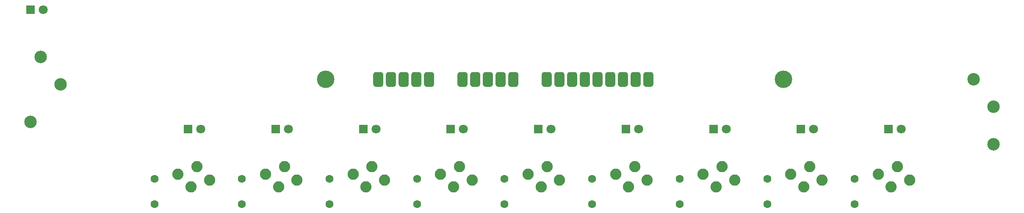
<source format=gbs>
G04 #@! TF.GenerationSoftware,KiCad,Pcbnew,(5.1.7)-1*
G04 #@! TF.CreationDate,2022-09-30T21:54:46+02:00*
G04 #@! TF.ProjectId,Tipp-Tasten-Modul,54697070-2d54-4617-9374-656e2d4d6f64,rev?*
G04 #@! TF.SameCoordinates,Original*
G04 #@! TF.FileFunction,Soldermask,Bot*
G04 #@! TF.FilePolarity,Negative*
%FSLAX46Y46*%
G04 Gerber Fmt 4.6, Leading zero omitted, Abs format (unit mm)*
G04 Created by KiCad (PCBNEW (5.1.7)-1) date 2022-09-30 21:54:46*
%MOMM*%
%LPD*%
G01*
G04 APERTURE LIST*
%ADD10C,1.600000*%
%ADD11C,2.500000*%
%ADD12C,2.250000*%
%ADD13R,1.800000X1.800000*%
%ADD14C,1.800000*%
%ADD15C,3.500000*%
G04 APERTURE END LIST*
D10*
X190250000Y-62000000D03*
X190250000Y-57000000D03*
X172750000Y-62000000D03*
X172750000Y-57000000D03*
X120250000Y-62000000D03*
X120250000Y-57000000D03*
X155250000Y-62000000D03*
X155250000Y-57000000D03*
X137750000Y-62000000D03*
X137750000Y-57000000D03*
X102750000Y-62000000D03*
X102750000Y-57000000D03*
X85250000Y-62000000D03*
X85250000Y-57000000D03*
X67750000Y-62000000D03*
X67750000Y-57000000D03*
X50250000Y-62000000D03*
X50250000Y-57000000D03*
D11*
X218000000Y-42500000D03*
D12*
X61250000Y-57200000D03*
X57550000Y-58600000D03*
X54950000Y-56000000D03*
X58750000Y-54500000D03*
X201250000Y-57200000D03*
X197550000Y-58600000D03*
X194950000Y-56000000D03*
X198750000Y-54500000D03*
X96250000Y-57200000D03*
X92550000Y-58600000D03*
X89950000Y-56000000D03*
X93750000Y-54500000D03*
X113750000Y-57200000D03*
X110050000Y-58600000D03*
X107450000Y-56000000D03*
X111250000Y-54500000D03*
X148750000Y-57200000D03*
X145050000Y-58600000D03*
X142450000Y-56000000D03*
X146250000Y-54500000D03*
X166250000Y-57200000D03*
X162550000Y-58600000D03*
X159950000Y-56000000D03*
X163750000Y-54500000D03*
X131250000Y-57200000D03*
X127550000Y-58600000D03*
X124950000Y-56000000D03*
X128750000Y-54500000D03*
X183750000Y-57200000D03*
X180050000Y-58600000D03*
X177450000Y-56000000D03*
X181250000Y-54500000D03*
X78750000Y-57200000D03*
X75050000Y-58600000D03*
X72450000Y-56000000D03*
X76250000Y-54500000D03*
D11*
X27500000Y-32500000D03*
X31500000Y-38000000D03*
D13*
X74500000Y-47000000D03*
D14*
X77040000Y-47000000D03*
D11*
X218000000Y-50000000D03*
X214000000Y-37000000D03*
X25500000Y-45500000D03*
G36*
G01*
X104160000Y-38000000D02*
X104160000Y-36000000D01*
G75*
G02*
X104660000Y-35500000I500000J0D01*
G01*
X105660000Y-35500000D01*
G75*
G02*
X106160000Y-36000000I0J-500000D01*
G01*
X106160000Y-38000000D01*
G75*
G02*
X105660000Y-38500000I-500000J0D01*
G01*
X104660000Y-38500000D01*
G75*
G02*
X104160000Y-38000000I0J500000D01*
G01*
G37*
G36*
G01*
X101620000Y-38000000D02*
X101620000Y-36000000D01*
G75*
G02*
X102120000Y-35500000I500000J0D01*
G01*
X103120000Y-35500000D01*
G75*
G02*
X103620000Y-36000000I0J-500000D01*
G01*
X103620000Y-38000000D01*
G75*
G02*
X103120000Y-38500000I-500000J0D01*
G01*
X102120000Y-38500000D01*
G75*
G02*
X101620000Y-38000000I0J500000D01*
G01*
G37*
G36*
G01*
X99080000Y-38000000D02*
X99080000Y-36000000D01*
G75*
G02*
X99580000Y-35500000I500000J0D01*
G01*
X100580000Y-35500000D01*
G75*
G02*
X101080000Y-36000000I0J-500000D01*
G01*
X101080000Y-38000000D01*
G75*
G02*
X100580000Y-38500000I-500000J0D01*
G01*
X99580000Y-38500000D01*
G75*
G02*
X99080000Y-38000000I0J500000D01*
G01*
G37*
G36*
G01*
X96540000Y-38000000D02*
X96540000Y-36000000D01*
G75*
G02*
X97040000Y-35500000I500000J0D01*
G01*
X98040000Y-35500000D01*
G75*
G02*
X98540000Y-36000000I0J-500000D01*
G01*
X98540000Y-38000000D01*
G75*
G02*
X98040000Y-38500000I-500000J0D01*
G01*
X97040000Y-38500000D01*
G75*
G02*
X96540000Y-38000000I0J500000D01*
G01*
G37*
G36*
G01*
X94000000Y-38000000D02*
X94000000Y-36000000D01*
G75*
G02*
X94500000Y-35500000I500000J0D01*
G01*
X95500000Y-35500000D01*
G75*
G02*
X96000000Y-36000000I0J-500000D01*
G01*
X96000000Y-38000000D01*
G75*
G02*
X95500000Y-38500000I-500000J0D01*
G01*
X94500000Y-38500000D01*
G75*
G02*
X94000000Y-38000000I0J500000D01*
G01*
G37*
G36*
G01*
X121000000Y-38000000D02*
X121000000Y-36000000D01*
G75*
G02*
X121500000Y-35500000I500000J0D01*
G01*
X122500000Y-35500000D01*
G75*
G02*
X123000000Y-36000000I0J-500000D01*
G01*
X123000000Y-38000000D01*
G75*
G02*
X122500000Y-38500000I-500000J0D01*
G01*
X121500000Y-38500000D01*
G75*
G02*
X121000000Y-38000000I0J500000D01*
G01*
G37*
G36*
G01*
X118460000Y-38000000D02*
X118460000Y-36000000D01*
G75*
G02*
X118960000Y-35500000I500000J0D01*
G01*
X119960000Y-35500000D01*
G75*
G02*
X120460000Y-36000000I0J-500000D01*
G01*
X120460000Y-38000000D01*
G75*
G02*
X119960000Y-38500000I-500000J0D01*
G01*
X118960000Y-38500000D01*
G75*
G02*
X118460000Y-38000000I0J500000D01*
G01*
G37*
G36*
G01*
X115920000Y-38000000D02*
X115920000Y-36000000D01*
G75*
G02*
X116420000Y-35500000I500000J0D01*
G01*
X117420000Y-35500000D01*
G75*
G02*
X117920000Y-36000000I0J-500000D01*
G01*
X117920000Y-38000000D01*
G75*
G02*
X117420000Y-38500000I-500000J0D01*
G01*
X116420000Y-38500000D01*
G75*
G02*
X115920000Y-38000000I0J500000D01*
G01*
G37*
G36*
G01*
X113380000Y-38000000D02*
X113380000Y-36000000D01*
G75*
G02*
X113880000Y-35500000I500000J0D01*
G01*
X114880000Y-35500000D01*
G75*
G02*
X115380000Y-36000000I0J-500000D01*
G01*
X115380000Y-38000000D01*
G75*
G02*
X114880000Y-38500000I-500000J0D01*
G01*
X113880000Y-38500000D01*
G75*
G02*
X113380000Y-38000000I0J500000D01*
G01*
G37*
G36*
G01*
X110840000Y-38000000D02*
X110840000Y-36000000D01*
G75*
G02*
X111340000Y-35500000I500000J0D01*
G01*
X112340000Y-35500000D01*
G75*
G02*
X112840000Y-36000000I0J-500000D01*
G01*
X112840000Y-38000000D01*
G75*
G02*
X112340000Y-38500000I-500000J0D01*
G01*
X111340000Y-38500000D01*
G75*
G02*
X110840000Y-38000000I0J500000D01*
G01*
G37*
G36*
G01*
X148000000Y-38000000D02*
X148000000Y-36000000D01*
G75*
G02*
X148500000Y-35500000I500000J0D01*
G01*
X149500000Y-35500000D01*
G75*
G02*
X150000000Y-36000000I0J-500000D01*
G01*
X150000000Y-38000000D01*
G75*
G02*
X149500000Y-38500000I-500000J0D01*
G01*
X148500000Y-38500000D01*
G75*
G02*
X148000000Y-38000000I0J500000D01*
G01*
G37*
G36*
G01*
X145460000Y-38000000D02*
X145460000Y-36000000D01*
G75*
G02*
X145960000Y-35500000I500000J0D01*
G01*
X146960000Y-35500000D01*
G75*
G02*
X147460000Y-36000000I0J-500000D01*
G01*
X147460000Y-38000000D01*
G75*
G02*
X146960000Y-38500000I-500000J0D01*
G01*
X145960000Y-38500000D01*
G75*
G02*
X145460000Y-38000000I0J500000D01*
G01*
G37*
G36*
G01*
X142920000Y-38000000D02*
X142920000Y-36000000D01*
G75*
G02*
X143420000Y-35500000I500000J0D01*
G01*
X144420000Y-35500000D01*
G75*
G02*
X144920000Y-36000000I0J-500000D01*
G01*
X144920000Y-38000000D01*
G75*
G02*
X144420000Y-38500000I-500000J0D01*
G01*
X143420000Y-38500000D01*
G75*
G02*
X142920000Y-38000000I0J500000D01*
G01*
G37*
G36*
G01*
X140380000Y-38000000D02*
X140380000Y-36000000D01*
G75*
G02*
X140880000Y-35500000I500000J0D01*
G01*
X141880000Y-35500000D01*
G75*
G02*
X142380000Y-36000000I0J-500000D01*
G01*
X142380000Y-38000000D01*
G75*
G02*
X141880000Y-38500000I-500000J0D01*
G01*
X140880000Y-38500000D01*
G75*
G02*
X140380000Y-38000000I0J500000D01*
G01*
G37*
G36*
G01*
X137840000Y-38000000D02*
X137840000Y-36000000D01*
G75*
G02*
X138340000Y-35500000I500000J0D01*
G01*
X139340000Y-35500000D01*
G75*
G02*
X139840000Y-36000000I0J-500000D01*
G01*
X139840000Y-38000000D01*
G75*
G02*
X139340000Y-38500000I-500000J0D01*
G01*
X138340000Y-38500000D01*
G75*
G02*
X137840000Y-38000000I0J500000D01*
G01*
G37*
G36*
G01*
X135300000Y-38000000D02*
X135300000Y-36000000D01*
G75*
G02*
X135800000Y-35500000I500000J0D01*
G01*
X136800000Y-35500000D01*
G75*
G02*
X137300000Y-36000000I0J-500000D01*
G01*
X137300000Y-38000000D01*
G75*
G02*
X136800000Y-38500000I-500000J0D01*
G01*
X135800000Y-38500000D01*
G75*
G02*
X135300000Y-38000000I0J500000D01*
G01*
G37*
G36*
G01*
X132760000Y-38000000D02*
X132760000Y-36000000D01*
G75*
G02*
X133260000Y-35500000I500000J0D01*
G01*
X134260000Y-35500000D01*
G75*
G02*
X134760000Y-36000000I0J-500000D01*
G01*
X134760000Y-38000000D01*
G75*
G02*
X134260000Y-38500000I-500000J0D01*
G01*
X133260000Y-38500000D01*
G75*
G02*
X132760000Y-38000000I0J500000D01*
G01*
G37*
G36*
G01*
X130220000Y-38000000D02*
X130220000Y-36000000D01*
G75*
G02*
X130720000Y-35500000I500000J0D01*
G01*
X131720000Y-35500000D01*
G75*
G02*
X132220000Y-36000000I0J-500000D01*
G01*
X132220000Y-38000000D01*
G75*
G02*
X131720000Y-38500000I-500000J0D01*
G01*
X130720000Y-38500000D01*
G75*
G02*
X130220000Y-38000000I0J500000D01*
G01*
G37*
G36*
G01*
X127680000Y-38000000D02*
X127680000Y-36000000D01*
G75*
G02*
X128180000Y-35500000I500000J0D01*
G01*
X129180000Y-35500000D01*
G75*
G02*
X129680000Y-36000000I0J-500000D01*
G01*
X129680000Y-38000000D01*
G75*
G02*
X129180000Y-38500000I-500000J0D01*
G01*
X128180000Y-38500000D01*
G75*
G02*
X127680000Y-38000000I0J500000D01*
G01*
G37*
D13*
X197000000Y-47000000D03*
D14*
X199540000Y-47000000D03*
D13*
X162000000Y-47000000D03*
D14*
X164540000Y-47000000D03*
D13*
X144500000Y-47000000D03*
D14*
X147040000Y-47000000D03*
D13*
X109500000Y-47000000D03*
D14*
X112040000Y-47000000D03*
D13*
X179500000Y-47000000D03*
D14*
X182040000Y-47000000D03*
D13*
X127000000Y-47000000D03*
D14*
X129540000Y-47000000D03*
D13*
X92000000Y-47000000D03*
D14*
X94540000Y-47000000D03*
D13*
X25500000Y-23000000D03*
D14*
X28040000Y-23000000D03*
D15*
X176000000Y-37000000D03*
X84500000Y-37000000D03*
D13*
X57000000Y-47000000D03*
D14*
X59540000Y-47000000D03*
M02*

</source>
